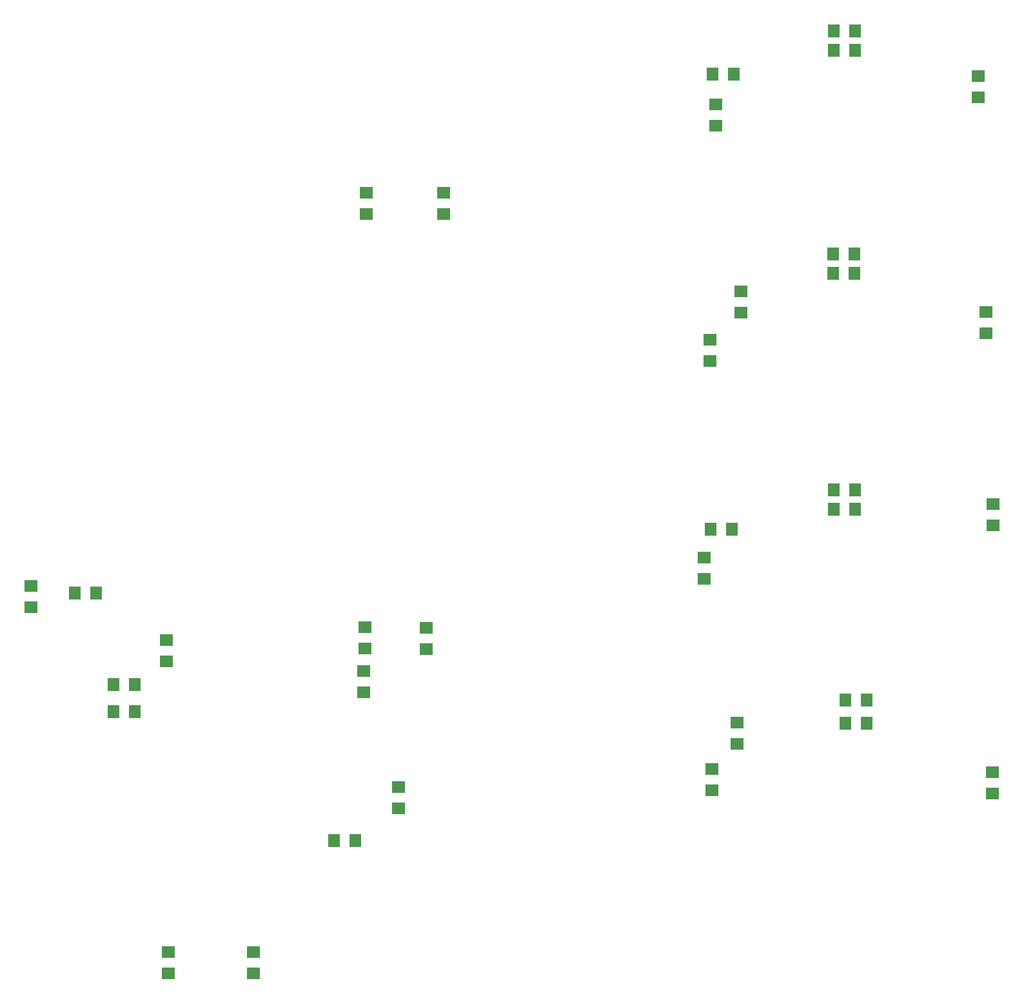
<source format=gbp>
%FSLAX23Y23*%
%MOIN*%
G70*
G01*
G75*
G04 Layer_Color=128*
%ADD10R,0.071X0.063*%
%ADD11R,0.063X0.071*%
%ADD12C,0.050*%
%ADD13C,0.020*%
%ADD14C,0.010*%
%ADD15C,0.100*%
%ADD16C,0.200*%
%ADD17R,0.120X0.083*%
%ADD18R,0.120X0.087*%
%ADD19R,0.120X0.090*%
%ADD20C,0.059*%
%ADD21C,0.063*%
%ADD22C,0.110*%
%ADD23R,0.110X0.110*%
%ADD24C,0.049*%
%ADD25R,0.049X0.049*%
%ADD26R,0.063X0.063*%
%ADD27C,0.059*%
%ADD28R,0.059X0.059*%
%ADD29R,0.063X0.063*%
%ADD30O,0.079X0.039*%
%ADD31O,0.079X0.039*%
%ADD32R,0.059X0.059*%
%ADD33C,0.051*%
%ADD34C,0.051*%
%ADD35R,0.059X0.059*%
%ADD36C,0.065*%
%ADD37R,0.065X0.065*%
%ADD38C,0.196*%
%ADD39C,0.049*%
%ADD40R,0.049X0.049*%
%ADD41C,0.050*%
D10*
X6508Y4783D02*
D03*
Y4672D02*
D03*
X6467Y6004D02*
D03*
Y5894D02*
D03*
X6541Y2403D02*
D03*
Y2293D02*
D03*
X6545Y3790D02*
D03*
Y3680D02*
D03*
X5222Y2659D02*
D03*
Y2549D02*
D03*
X5240Y4889D02*
D03*
Y4779D02*
D03*
X5052Y3512D02*
D03*
Y3402D02*
D03*
X5110Y5858D02*
D03*
Y5748D02*
D03*
X5092Y2421D02*
D03*
Y2311D02*
D03*
X5083Y4641D02*
D03*
Y4530D02*
D03*
X3705Y5401D02*
D03*
Y5291D02*
D03*
X3305Y5401D02*
D03*
Y5291D02*
D03*
X3473Y2326D02*
D03*
Y2216D02*
D03*
X2720Y1365D02*
D03*
Y1475D02*
D03*
X2280Y1365D02*
D03*
Y1475D02*
D03*
X1573Y3366D02*
D03*
Y3256D02*
D03*
X2273Y3086D02*
D03*
Y2976D02*
D03*
X3293Y2816D02*
D03*
Y2926D02*
D03*
X3299Y3153D02*
D03*
Y3043D02*
D03*
X3614Y3149D02*
D03*
Y3039D02*
D03*
D11*
X5720Y6237D02*
D03*
X5831D02*
D03*
Y6137D02*
D03*
X5720D02*
D03*
X5891Y2656D02*
D03*
X5781D02*
D03*
Y2776D02*
D03*
X5891D02*
D03*
X5827Y4984D02*
D03*
X5717D02*
D03*
Y5084D02*
D03*
X5827D02*
D03*
X5832Y3763D02*
D03*
X5722D02*
D03*
Y3863D02*
D03*
X5832D02*
D03*
X5085Y3660D02*
D03*
X5195D02*
D03*
X5095Y6015D02*
D03*
X5205D02*
D03*
X3138Y2051D02*
D03*
X3248D02*
D03*
X1908Y3331D02*
D03*
X1798D02*
D03*
X2108Y2716D02*
D03*
X1998D02*
D03*
X2108Y2856D02*
D03*
X1998D02*
D03*
M02*

</source>
